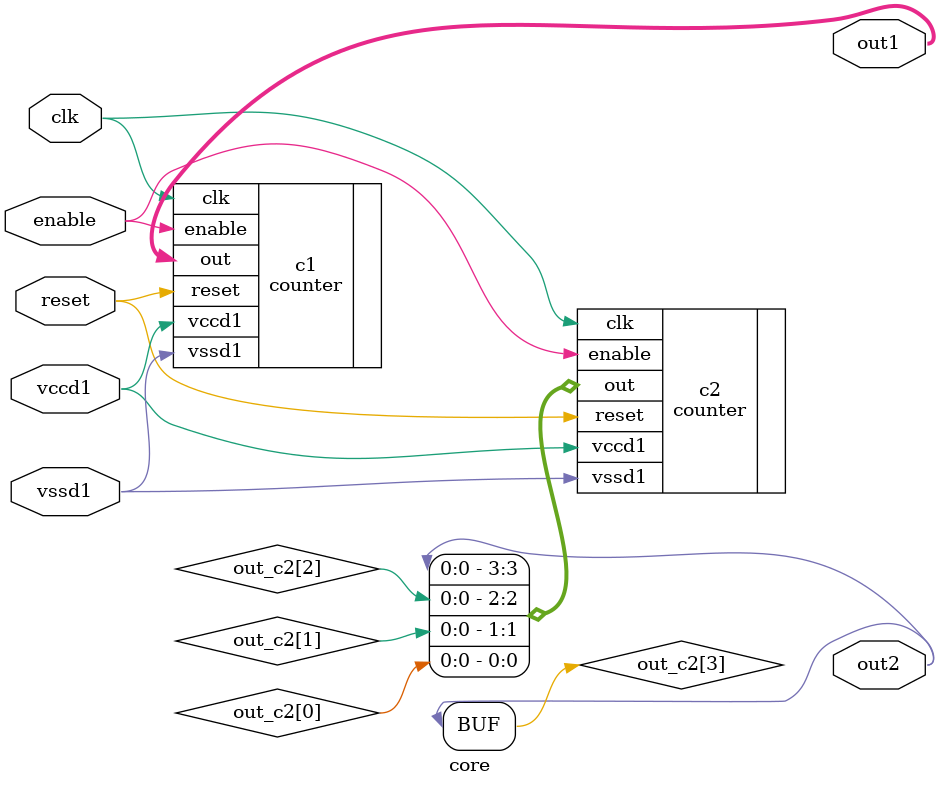
<source format=v>
/* Generated by Yosys 0.12+45 (git sha1 UNKNOWN, gcc 8.3.1 -fPIC -Os) */

module core(vccd1, vssd1, enable, clk, reset, out1, out2);
  input clk;
  input enable;
  output [3:0] out1;
  output out2;
  wire \out_c2[0] ;
  wire \out_c2[1] ;
  wire \out_c2[2] ;
  wire \out_c2[3] ;
  input reset;
  inout vccd1;
  inout vssd1;
  counter c1 (
    .clk(clk),
    .enable(enable),
    .out(out1),
    .reset(reset),
    .vccd1(vccd1),
    .vssd1(vssd1)
  );
  counter c2 (
    .clk(clk),
    .enable(enable),
    .out({ out2, \out_c2[2] , \out_c2[1] , \out_c2[0]  }),
    .reset(reset),
    .vccd1(vccd1),
    .vssd1(vssd1)
  );
  assign \out_c2[3]  = out2;
endmodule

</source>
